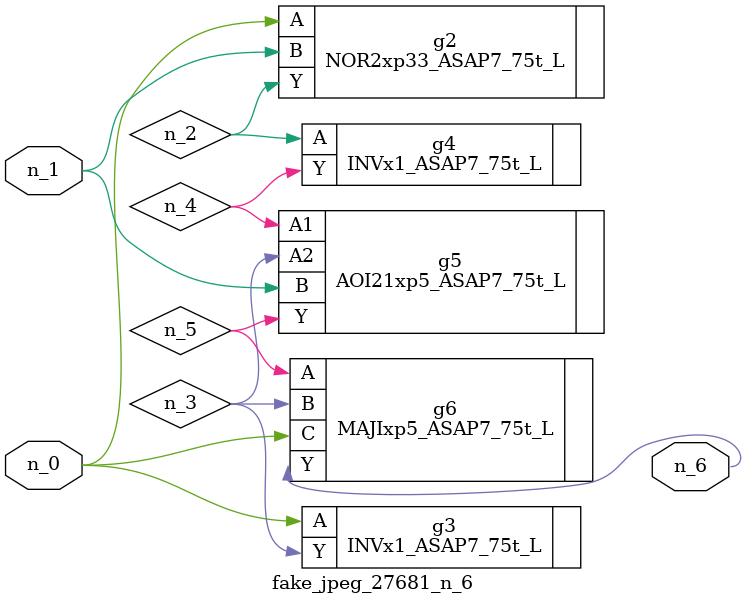
<source format=v>
module fake_jpeg_27681_n_6 (n_0, n_1, n_6);

input n_0;
input n_1;

output n_6;

wire n_3;
wire n_2;
wire n_4;
wire n_5;

NOR2xp33_ASAP7_75t_L g2 ( 
.A(n_0),
.B(n_1),
.Y(n_2)
);

INVx1_ASAP7_75t_L g3 ( 
.A(n_0),
.Y(n_3)
);

INVx1_ASAP7_75t_L g4 ( 
.A(n_2),
.Y(n_4)
);

AOI21xp5_ASAP7_75t_L g5 ( 
.A1(n_4),
.A2(n_3),
.B(n_1),
.Y(n_5)
);

MAJIxp5_ASAP7_75t_L g6 ( 
.A(n_5),
.B(n_3),
.C(n_0),
.Y(n_6)
);


endmodule
</source>
